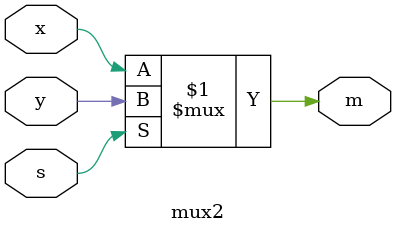
<source format=sv>
module mux2(input logic x, y,
            input logic s,
            output logic m);
assign m = s ? y : x;
endmodule
</source>
